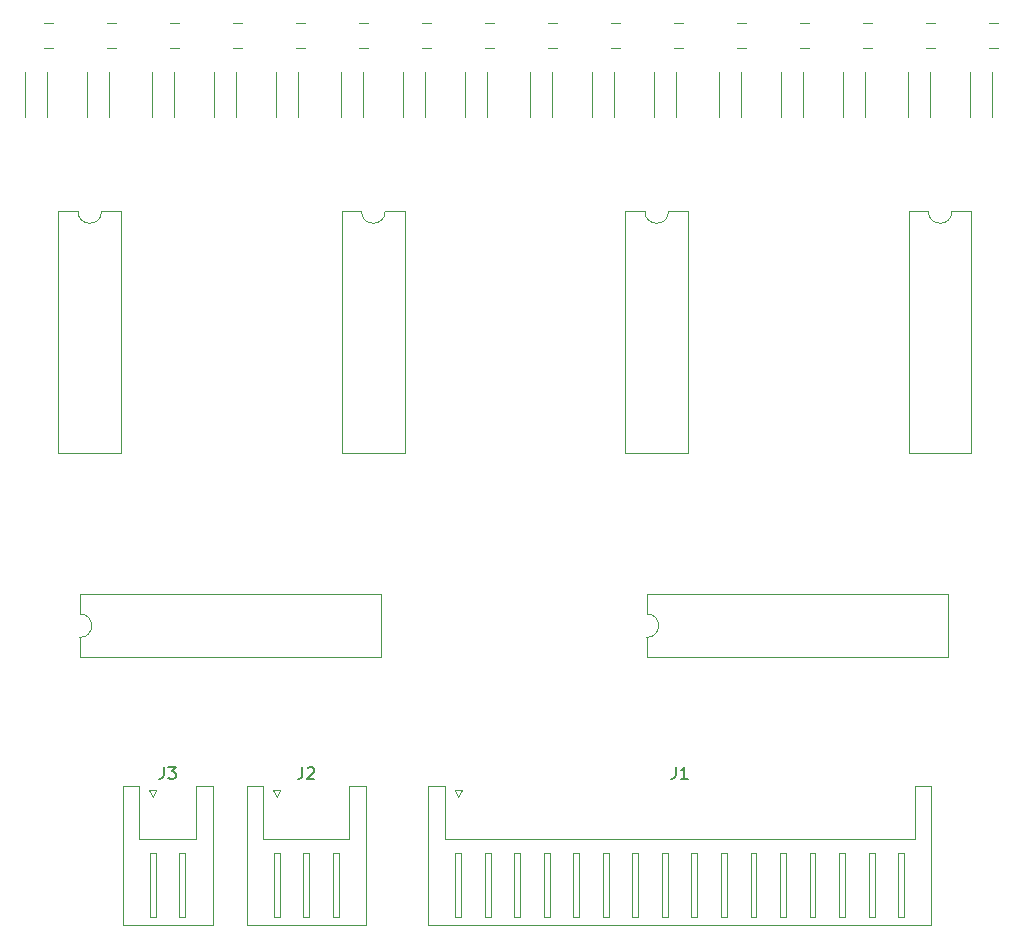
<source format=gbr>
%TF.GenerationSoftware,KiCad,Pcbnew,8.0.4*%
%TF.CreationDate,2024-08-26T23:59:35+03:00*%
%TF.ProjectId,SH8,5348382e-6b69-4636-9164-5f7063625858,rev?*%
%TF.SameCoordinates,Original*%
%TF.FileFunction,Legend,Top*%
%TF.FilePolarity,Positive*%
%FSLAX46Y46*%
G04 Gerber Fmt 4.6, Leading zero omitted, Abs format (unit mm)*
G04 Created by KiCad (PCBNEW 8.0.4) date 2024-08-26 23:59:35*
%MOMM*%
%LPD*%
G01*
G04 APERTURE LIST*
%ADD10C,0.150000*%
%ADD11C,0.120000*%
G04 APERTURE END LIST*
D10*
X80416666Y-85704819D02*
X80416666Y-86419104D01*
X80416666Y-86419104D02*
X80369047Y-86561961D01*
X80369047Y-86561961D02*
X80273809Y-86657200D01*
X80273809Y-86657200D02*
X80130952Y-86704819D01*
X80130952Y-86704819D02*
X80035714Y-86704819D01*
X81416666Y-86704819D02*
X80845238Y-86704819D01*
X81130952Y-86704819D02*
X81130952Y-85704819D01*
X81130952Y-85704819D02*
X81035714Y-85847676D01*
X81035714Y-85847676D02*
X80940476Y-85942914D01*
X80940476Y-85942914D02*
X80845238Y-85990533D01*
X48816666Y-85704819D02*
X48816666Y-86419104D01*
X48816666Y-86419104D02*
X48769047Y-86561961D01*
X48769047Y-86561961D02*
X48673809Y-86657200D01*
X48673809Y-86657200D02*
X48530952Y-86704819D01*
X48530952Y-86704819D02*
X48435714Y-86704819D01*
X49245238Y-85800057D02*
X49292857Y-85752438D01*
X49292857Y-85752438D02*
X49388095Y-85704819D01*
X49388095Y-85704819D02*
X49626190Y-85704819D01*
X49626190Y-85704819D02*
X49721428Y-85752438D01*
X49721428Y-85752438D02*
X49769047Y-85800057D01*
X49769047Y-85800057D02*
X49816666Y-85895295D01*
X49816666Y-85895295D02*
X49816666Y-85990533D01*
X49816666Y-85990533D02*
X49769047Y-86133390D01*
X49769047Y-86133390D02*
X49197619Y-86704819D01*
X49197619Y-86704819D02*
X49816666Y-86704819D01*
X37066666Y-85704819D02*
X37066666Y-86419104D01*
X37066666Y-86419104D02*
X37019047Y-86561961D01*
X37019047Y-86561961D02*
X36923809Y-86657200D01*
X36923809Y-86657200D02*
X36780952Y-86704819D01*
X36780952Y-86704819D02*
X36685714Y-86704819D01*
X37447619Y-85704819D02*
X38066666Y-85704819D01*
X38066666Y-85704819D02*
X37733333Y-86085771D01*
X37733333Y-86085771D02*
X37876190Y-86085771D01*
X37876190Y-86085771D02*
X37971428Y-86133390D01*
X37971428Y-86133390D02*
X38019047Y-86181009D01*
X38019047Y-86181009D02*
X38066666Y-86276247D01*
X38066666Y-86276247D02*
X38066666Y-86514342D01*
X38066666Y-86514342D02*
X38019047Y-86609580D01*
X38019047Y-86609580D02*
X37971428Y-86657200D01*
X37971428Y-86657200D02*
X37876190Y-86704819D01*
X37876190Y-86704819D02*
X37590476Y-86704819D01*
X37590476Y-86704819D02*
X37495238Y-86657200D01*
X37495238Y-86657200D02*
X37447619Y-86609580D01*
D11*
%TO.C,R15*%
X100080000Y-30710000D02*
X100080000Y-26870000D01*
X101920000Y-30710000D02*
X101920000Y-26870000D01*
%TO.C,R14*%
X94580000Y-30710000D02*
X94580000Y-26870000D01*
X96420000Y-30710000D02*
X96420000Y-26870000D01*
%TO.C,R5*%
X46580000Y-30710000D02*
X46580000Y-26870000D01*
X48420000Y-30710000D02*
X48420000Y-26870000D01*
%TO.C,J1*%
X59440000Y-87340000D02*
X60860000Y-87340000D01*
X59440000Y-99060000D02*
X59440000Y-87340000D01*
X60860000Y-87340000D02*
X60860000Y-91840000D01*
X60860000Y-91840000D02*
X80750000Y-91840000D01*
X61700000Y-87650000D02*
X62300000Y-87650000D01*
X61750000Y-92950000D02*
X61750000Y-98450000D01*
X61750000Y-98450000D02*
X62250000Y-98450000D01*
X62000000Y-88250000D02*
X61700000Y-87650000D01*
X62250000Y-92950000D02*
X61750000Y-92950000D01*
X62250000Y-98450000D02*
X62250000Y-92950000D01*
X62300000Y-87650000D02*
X62000000Y-88250000D01*
X64250000Y-92950000D02*
X64250000Y-98450000D01*
X64250000Y-98450000D02*
X64750000Y-98450000D01*
X64750000Y-92950000D02*
X64250000Y-92950000D01*
X64750000Y-98450000D02*
X64750000Y-92950000D01*
X66750000Y-92950000D02*
X66750000Y-98450000D01*
X66750000Y-98450000D02*
X67250000Y-98450000D01*
X67250000Y-92950000D02*
X66750000Y-92950000D01*
X67250000Y-98450000D02*
X67250000Y-92950000D01*
X69250000Y-92950000D02*
X69250000Y-98450000D01*
X69250000Y-98450000D02*
X69750000Y-98450000D01*
X69750000Y-92950000D02*
X69250000Y-92950000D01*
X69750000Y-98450000D02*
X69750000Y-92950000D01*
X71750000Y-92950000D02*
X71750000Y-98450000D01*
X71750000Y-98450000D02*
X72250000Y-98450000D01*
X72250000Y-92950000D02*
X71750000Y-92950000D01*
X72250000Y-98450000D02*
X72250000Y-92950000D01*
X74250000Y-92950000D02*
X74250000Y-98450000D01*
X74250000Y-98450000D02*
X74750000Y-98450000D01*
X74750000Y-92950000D02*
X74250000Y-92950000D01*
X74750000Y-98450000D02*
X74750000Y-92950000D01*
X76750000Y-92950000D02*
X76750000Y-98450000D01*
X76750000Y-98450000D02*
X77250000Y-98450000D01*
X77250000Y-92950000D02*
X76750000Y-92950000D01*
X77250000Y-98450000D02*
X77250000Y-92950000D01*
X79250000Y-92950000D02*
X79250000Y-98450000D01*
X79250000Y-98450000D02*
X79750000Y-98450000D01*
X79750000Y-92950000D02*
X79250000Y-92950000D01*
X79750000Y-98450000D02*
X79750000Y-92950000D01*
X80750000Y-99060000D02*
X59440000Y-99060000D01*
X80750000Y-99060000D02*
X102060000Y-99060000D01*
X81750000Y-92950000D02*
X81750000Y-98450000D01*
X81750000Y-98450000D02*
X82250000Y-98450000D01*
X82250000Y-92950000D02*
X81750000Y-92950000D01*
X82250000Y-98450000D02*
X82250000Y-92950000D01*
X84250000Y-92950000D02*
X84250000Y-98450000D01*
X84250000Y-98450000D02*
X84750000Y-98450000D01*
X84750000Y-92950000D02*
X84250000Y-92950000D01*
X84750000Y-98450000D02*
X84750000Y-92950000D01*
X86750000Y-92950000D02*
X86750000Y-98450000D01*
X86750000Y-98450000D02*
X87250000Y-98450000D01*
X87250000Y-92950000D02*
X86750000Y-92950000D01*
X87250000Y-98450000D02*
X87250000Y-92950000D01*
X89250000Y-92950000D02*
X89250000Y-98450000D01*
X89250000Y-98450000D02*
X89750000Y-98450000D01*
X89750000Y-92950000D02*
X89250000Y-92950000D01*
X89750000Y-98450000D02*
X89750000Y-92950000D01*
X91750000Y-92950000D02*
X91750000Y-98450000D01*
X91750000Y-98450000D02*
X92250000Y-98450000D01*
X92250000Y-92950000D02*
X91750000Y-92950000D01*
X92250000Y-98450000D02*
X92250000Y-92950000D01*
X94250000Y-92950000D02*
X94250000Y-98450000D01*
X94250000Y-98450000D02*
X94750000Y-98450000D01*
X94750000Y-92950000D02*
X94250000Y-92950000D01*
X94750000Y-98450000D02*
X94750000Y-92950000D01*
X96750000Y-92950000D02*
X96750000Y-98450000D01*
X96750000Y-98450000D02*
X97250000Y-98450000D01*
X97250000Y-92950000D02*
X96750000Y-92950000D01*
X97250000Y-98450000D02*
X97250000Y-92950000D01*
X99250000Y-92950000D02*
X99250000Y-98450000D01*
X99250000Y-98450000D02*
X99750000Y-98450000D01*
X99750000Y-92950000D02*
X99250000Y-92950000D01*
X99750000Y-98450000D02*
X99750000Y-92950000D01*
X100640000Y-87340000D02*
X100640000Y-91840000D01*
X100640000Y-91840000D02*
X80750000Y-91840000D01*
X102060000Y-87340000D02*
X100640000Y-87340000D01*
X102060000Y-99060000D02*
X102060000Y-87340000D01*
%TO.C,D12*%
X86361663Y-22690000D02*
X85630663Y-22690000D01*
X86361663Y-24810000D02*
X85630663Y-24810000D01*
%TO.C,J2*%
X44090000Y-87340000D02*
X45510000Y-87340000D01*
X44090000Y-99060000D02*
X44090000Y-87340000D01*
X45510000Y-87340000D02*
X45510000Y-91840000D01*
X45510000Y-91840000D02*
X49150000Y-91840000D01*
X46350000Y-87650000D02*
X46950000Y-87650000D01*
X46400000Y-92950000D02*
X46400000Y-98450000D01*
X46400000Y-98450000D02*
X46900000Y-98450000D01*
X46650000Y-88250000D02*
X46350000Y-87650000D01*
X46900000Y-92950000D02*
X46400000Y-92950000D01*
X46900000Y-98450000D02*
X46900000Y-92950000D01*
X46950000Y-87650000D02*
X46650000Y-88250000D01*
X48900000Y-92950000D02*
X48900000Y-98450000D01*
X48900000Y-98450000D02*
X49400000Y-98450000D01*
X49150000Y-99060000D02*
X44090000Y-99060000D01*
X49150000Y-99060000D02*
X54210000Y-99060000D01*
X49400000Y-92950000D02*
X48900000Y-92950000D01*
X49400000Y-98450000D02*
X49400000Y-92950000D01*
X51400000Y-92950000D02*
X51400000Y-98450000D01*
X51400000Y-98450000D02*
X51900000Y-98450000D01*
X51900000Y-92950000D02*
X51400000Y-92950000D01*
X51900000Y-98450000D02*
X51900000Y-92950000D01*
X52790000Y-87340000D02*
X52790000Y-91840000D01*
X52790000Y-91840000D02*
X49150000Y-91840000D01*
X54210000Y-87340000D02*
X52790000Y-87340000D01*
X54210000Y-99060000D02*
X54210000Y-87340000D01*
%TO.C,D11*%
X81028330Y-22690000D02*
X80297330Y-22690000D01*
X81028330Y-24810000D02*
X80297330Y-24810000D01*
%TO.C,U3*%
X28160000Y-38670000D02*
X28160000Y-59110000D01*
X28160000Y-59110000D02*
X33460000Y-59110000D01*
X29810000Y-38670000D02*
X28160000Y-38670000D01*
X33460000Y-38670000D02*
X31810000Y-38670000D01*
X33460000Y-59110000D02*
X33460000Y-38670000D01*
X31810000Y-38670000D02*
G75*
G02*
X29810000Y-38670000I-1000000J0D01*
G01*
%TO.C,D16*%
X107695000Y-22690000D02*
X106964000Y-22690000D01*
X107695000Y-24810000D02*
X106964000Y-24810000D01*
%TO.C,R2*%
X30580000Y-30710000D02*
X30580000Y-26870000D01*
X32420000Y-30710000D02*
X32420000Y-26870000D01*
%TO.C,R4*%
X41330000Y-30710000D02*
X41330000Y-26870000D01*
X43170000Y-30710000D02*
X43170000Y-26870000D01*
%TO.C,D2*%
X33028333Y-22690000D02*
X32297333Y-22690000D01*
X33028333Y-24810000D02*
X32297333Y-24810000D01*
%TO.C,U4*%
X52160000Y-38670000D02*
X52160000Y-59110000D01*
X52160000Y-59110000D02*
X57460000Y-59110000D01*
X53810000Y-38670000D02*
X52160000Y-38670000D01*
X57460000Y-38670000D02*
X55810000Y-38670000D01*
X57460000Y-59110000D02*
X57460000Y-38670000D01*
X55810000Y-38670000D02*
G75*
G02*
X53810000Y-38670000I-1000000J0D01*
G01*
%TO.C,U5*%
X76160000Y-38670000D02*
X76160000Y-59110000D01*
X76160000Y-59110000D02*
X81460000Y-59110000D01*
X77810000Y-38670000D02*
X76160000Y-38670000D01*
X81460000Y-38670000D02*
X79810000Y-38670000D01*
X81460000Y-59110000D02*
X81460000Y-38670000D01*
X79810000Y-38670000D02*
G75*
G02*
X77810000Y-38670000I-1000000J0D01*
G01*
%TO.C,U2*%
X29970000Y-71090000D02*
X29970000Y-72740000D01*
X29970000Y-74740000D02*
X29970000Y-76390000D01*
X29970000Y-76390000D02*
X55490000Y-76390000D01*
X55490000Y-71090000D02*
X29970000Y-71090000D01*
X55490000Y-76390000D02*
X55490000Y-71090000D01*
X29970000Y-72740000D02*
G75*
G02*
X29970000Y-74740000I0J-1000000D01*
G01*
%TO.C,R11*%
X78580000Y-30670000D02*
X78580000Y-26830000D01*
X80420000Y-30670000D02*
X80420000Y-26830000D01*
%TO.C,R8*%
X62580000Y-30670000D02*
X62580000Y-26830000D01*
X64420000Y-30670000D02*
X64420000Y-26830000D01*
%TO.C,D14*%
X97028329Y-22690000D02*
X96297329Y-22690000D01*
X97028329Y-24810000D02*
X96297329Y-24810000D01*
%TO.C,D15*%
X102361662Y-22690000D02*
X101630662Y-22690000D01*
X102361662Y-24810000D02*
X101630662Y-24810000D01*
%TO.C,R16*%
X105330000Y-30710000D02*
X105330000Y-26870000D01*
X107170000Y-30710000D02*
X107170000Y-26870000D01*
%TO.C,D7*%
X59694998Y-22690000D02*
X58963998Y-22690000D01*
X59694998Y-24810000D02*
X58963998Y-24810000D01*
%TO.C,R13*%
X89330000Y-30710000D02*
X89330000Y-26870000D01*
X91170000Y-30710000D02*
X91170000Y-26870000D01*
%TO.C,D13*%
X91694996Y-22690000D02*
X90963996Y-22690000D01*
X91694996Y-24810000D02*
X90963996Y-24810000D01*
%TO.C,R12*%
X84080000Y-30710000D02*
X84080000Y-26870000D01*
X85920000Y-30710000D02*
X85920000Y-26870000D01*
%TO.C,D3*%
X38361666Y-22690000D02*
X37630666Y-22690000D01*
X38361666Y-24810000D02*
X37630666Y-24810000D01*
%TO.C,U6*%
X100160000Y-38670000D02*
X100160000Y-59110000D01*
X100160000Y-59110000D02*
X105460000Y-59110000D01*
X101810000Y-38670000D02*
X100160000Y-38670000D01*
X105460000Y-38670000D02*
X103810000Y-38670000D01*
X105460000Y-59110000D02*
X105460000Y-38670000D01*
X103810000Y-38670000D02*
G75*
G02*
X101810000Y-38670000I-1000000J0D01*
G01*
%TO.C,R10*%
X73330000Y-30670000D02*
X73330000Y-26830000D01*
X75170000Y-30670000D02*
X75170000Y-26830000D01*
%TO.C,D5*%
X49028332Y-22690000D02*
X48297332Y-22690000D01*
X49028332Y-24810000D02*
X48297332Y-24810000D01*
%TO.C,D4*%
X43694999Y-22690000D02*
X42963999Y-22690000D01*
X43694999Y-24810000D02*
X42963999Y-24810000D01*
%TO.C,J3*%
X33590000Y-87340000D02*
X35010000Y-87340000D01*
X33590000Y-99060000D02*
X33590000Y-87340000D01*
X35010000Y-87340000D02*
X35010000Y-91840000D01*
X35010000Y-91840000D02*
X37400000Y-91840000D01*
X35850000Y-87650000D02*
X36450000Y-87650000D01*
X35900000Y-92950000D02*
X35900000Y-98450000D01*
X35900000Y-98450000D02*
X36400000Y-98450000D01*
X36150000Y-88250000D02*
X35850000Y-87650000D01*
X36400000Y-92950000D02*
X35900000Y-92950000D01*
X36400000Y-98450000D02*
X36400000Y-92950000D01*
X36450000Y-87650000D02*
X36150000Y-88250000D01*
X37400000Y-99060000D02*
X33590000Y-99060000D01*
X37400000Y-99060000D02*
X41210000Y-99060000D01*
X38400000Y-92950000D02*
X38400000Y-98450000D01*
X38400000Y-98450000D02*
X38900000Y-98450000D01*
X38900000Y-92950000D02*
X38400000Y-92950000D01*
X38900000Y-98450000D02*
X38900000Y-92950000D01*
X39790000Y-87340000D02*
X39790000Y-91840000D01*
X39790000Y-91840000D02*
X37400000Y-91840000D01*
X41210000Y-87340000D02*
X39790000Y-87340000D01*
X41210000Y-99060000D02*
X41210000Y-87340000D01*
%TO.C,R1*%
X25330000Y-30670000D02*
X25330000Y-26830000D01*
X27170000Y-30670000D02*
X27170000Y-26830000D01*
%TO.C,R6*%
X52080000Y-30710000D02*
X52080000Y-26870000D01*
X53920000Y-30710000D02*
X53920000Y-26870000D01*
%TO.C,R3*%
X36080000Y-30710000D02*
X36080000Y-26870000D01*
X37920000Y-30710000D02*
X37920000Y-26870000D01*
%TO.C,D10*%
X75694997Y-22690000D02*
X74963997Y-22690000D01*
X75694997Y-24810000D02*
X74963997Y-24810000D01*
%TO.C,R9*%
X68080000Y-30670000D02*
X68080000Y-26830000D01*
X69920000Y-30670000D02*
X69920000Y-26830000D01*
%TO.C,D6*%
X54361665Y-22690000D02*
X53630665Y-22690000D01*
X54361665Y-24810000D02*
X53630665Y-24810000D01*
%TO.C,D9*%
X70361664Y-22690000D02*
X69630664Y-22690000D01*
X70361664Y-24810000D02*
X69630664Y-24810000D01*
%TO.C,D8*%
X65028331Y-22690000D02*
X64297331Y-22690000D01*
X65028331Y-24810000D02*
X64297331Y-24810000D01*
%TO.C,D1*%
X27695000Y-22690000D02*
X26964000Y-22690000D01*
X27695000Y-24810000D02*
X26964000Y-24810000D01*
%TO.C,U1*%
X77970000Y-71090000D02*
X77970000Y-72740000D01*
X77970000Y-74740000D02*
X77970000Y-76390000D01*
X77970000Y-76390000D02*
X103490000Y-76390000D01*
X103490000Y-71090000D02*
X77970000Y-71090000D01*
X103490000Y-76390000D02*
X103490000Y-71090000D01*
X77970000Y-72740000D02*
G75*
G02*
X77970000Y-74740000I0J-1000000D01*
G01*
%TO.C,R7*%
X57330000Y-30710000D02*
X57330000Y-26870000D01*
X59170000Y-30710000D02*
X59170000Y-26870000D01*
%TD*%
M02*

</source>
